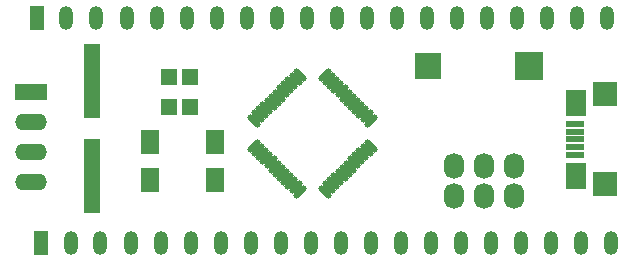
<source format=gts>
G04*
G04 #@! TF.GenerationSoftware,Altium Limited,Altium Designer,20.0.13 (296)*
G04*
G04 Layer_Color=8388736*
%FSLAX25Y25*%
%MOIN*%
G70*
G01*
G75*
%ADD29R,0.06115X0.02375*%
%ADD30R,0.07099X0.09068*%
%ADD31R,0.08280X0.08280*%
%ADD32R,0.09265X0.09265*%
%ADD33R,0.08674X0.08674*%
G04:AMPARAMS|DCode=34|XSize=19.81mil|YSize=55.24mil|CornerRadius=0mil|HoleSize=0mil|Usage=FLASHONLY|Rotation=45.000|XOffset=0mil|YOffset=0mil|HoleType=Round|Shape=Round|*
%AMOVALD34*
21,1,0.03543,0.01981,0.00000,0.00000,135.0*
1,1,0.01981,0.01253,-0.01253*
1,1,0.01981,-0.01253,0.01253*
%
%ADD34OVALD34*%

G04:AMPARAMS|DCode=35|XSize=19.81mil|YSize=55.24mil|CornerRadius=0mil|HoleSize=0mil|Usage=FLASHONLY|Rotation=135.000|XOffset=0mil|YOffset=0mil|HoleType=Round|Shape=Round|*
%AMOVALD35*
21,1,0.03543,0.01981,0.00000,0.00000,225.0*
1,1,0.01981,0.01253,0.01253*
1,1,0.01981,-0.01253,-0.01253*
%
%ADD35OVALD35*%

%ADD36R,0.05524X0.24800*%
%ADD37R,0.05918X0.08280*%
%ADD38R,0.05324X0.05324*%
%ADD39O,0.04800X0.08000*%
%ADD40R,0.04800X0.08000*%
%ADD41O,0.06706X0.08674*%
%ADD42O,0.10642X0.05524*%
%ADD43R,0.10642X0.05524*%
D29*
X190206Y37381D02*
D03*
Y39940D02*
D03*
Y42499D02*
D03*
Y45058D02*
D03*
Y47617D02*
D03*
D30*
X190698Y30294D02*
D03*
Y54704D02*
D03*
D31*
X200246Y27538D02*
D03*
Y57460D02*
D03*
D32*
X175000Y67000D02*
D03*
D33*
X141535D02*
D03*
D34*
X83310Y48716D02*
D03*
X84701Y50108D02*
D03*
X86093Y51500D02*
D03*
X87485Y52892D02*
D03*
X88877Y54284D02*
D03*
X90269Y55676D02*
D03*
X91661Y57068D02*
D03*
X93053Y58460D02*
D03*
X94445Y59852D02*
D03*
X95837Y61244D02*
D03*
X97229Y62635D02*
D03*
X98621Y64028D02*
D03*
X122284Y40365D02*
D03*
X120892Y38972D02*
D03*
X119500Y37581D02*
D03*
X118108Y36189D02*
D03*
X116716Y34797D02*
D03*
X115324Y33405D02*
D03*
X113932Y32013D02*
D03*
X112540Y30621D02*
D03*
X111148Y29229D02*
D03*
X109756Y27837D02*
D03*
X108364Y26445D02*
D03*
X106973Y25053D02*
D03*
D35*
Y64028D02*
D03*
X108364Y62635D02*
D03*
X109756Y61244D02*
D03*
X111148Y59852D02*
D03*
X112540Y58460D02*
D03*
X113932Y57068D02*
D03*
X115324Y55676D02*
D03*
X116716Y54284D02*
D03*
X118108Y52892D02*
D03*
X119500Y51500D02*
D03*
X120892Y50108D02*
D03*
X122284Y48716D02*
D03*
X98621Y25053D02*
D03*
X97229Y26445D02*
D03*
X95837Y27837D02*
D03*
X94445Y29229D02*
D03*
X93053Y30621D02*
D03*
X91661Y32013D02*
D03*
X90269Y33405D02*
D03*
X88877Y34797D02*
D03*
X87485Y36189D02*
D03*
X86093Y37581D02*
D03*
X84701Y38972D02*
D03*
X83310Y40365D02*
D03*
D36*
X29232Y61910D02*
D03*
Y30413D02*
D03*
D37*
X70374Y28839D02*
D03*
X48720D02*
D03*
X70374Y41437D02*
D03*
X48720Y41437D02*
D03*
D38*
X62063Y53149D02*
D03*
X55063D02*
D03*
X61965Y63090D02*
D03*
X54965D02*
D03*
D39*
X201000Y83000D02*
D03*
X191000D02*
D03*
X181000D02*
D03*
X171000D02*
D03*
X161000D02*
D03*
X151000D02*
D03*
X141000D02*
D03*
X131000D02*
D03*
X121000D02*
D03*
X111000D02*
D03*
X101000D02*
D03*
X81000D02*
D03*
X91000D02*
D03*
X71000D02*
D03*
X61000D02*
D03*
X51000D02*
D03*
X41000D02*
D03*
X30685D02*
D03*
X20843D02*
D03*
X22343Y8000D02*
D03*
X32185D02*
D03*
X42500D02*
D03*
X52500D02*
D03*
X62500D02*
D03*
X72500D02*
D03*
X92500D02*
D03*
X82500D02*
D03*
X102500D02*
D03*
X112500D02*
D03*
X122500D02*
D03*
X132500D02*
D03*
X142500D02*
D03*
X152500D02*
D03*
X162500D02*
D03*
X172500D02*
D03*
X182500D02*
D03*
X192500D02*
D03*
X202500D02*
D03*
D40*
X11000Y83000D02*
D03*
X12500Y8000D02*
D03*
D41*
X160138Y33465D02*
D03*
X170138D02*
D03*
Y23465D02*
D03*
X160138D02*
D03*
X150138Y33465D02*
D03*
Y23465D02*
D03*
D42*
X9055Y28130D02*
D03*
Y38130D02*
D03*
Y48130D02*
D03*
D43*
Y58130D02*
D03*
M02*

</source>
